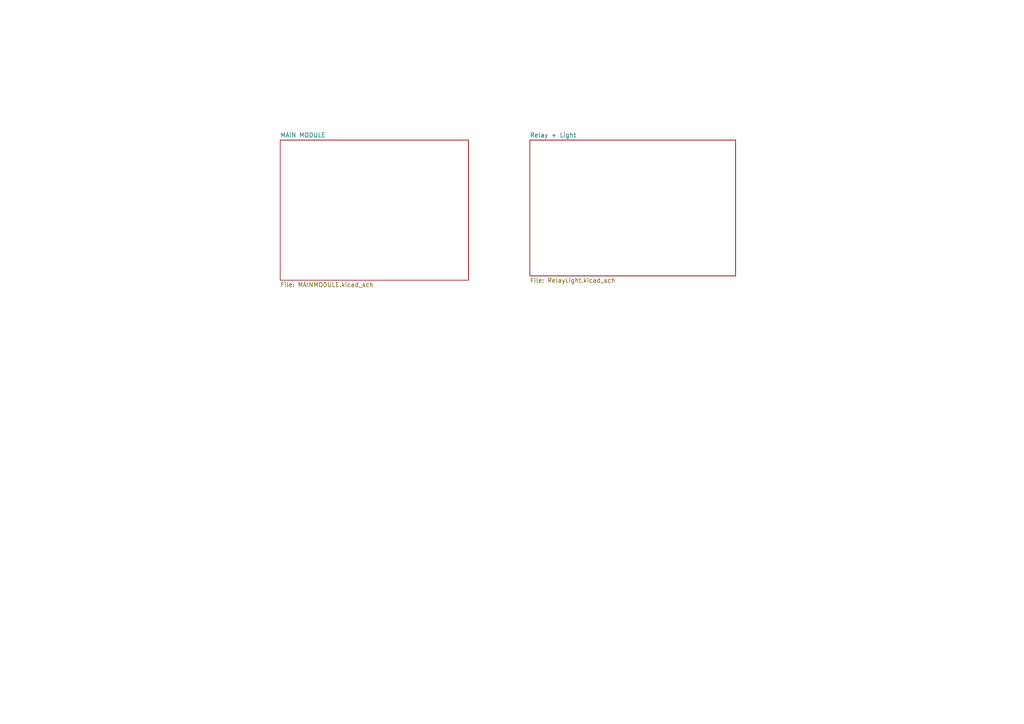
<source format=kicad_sch>
(kicad_sch
	(version 20231120)
	(generator "eeschema")
	(generator_version "8.0")
	(uuid "1e656fe5-5182-4509-ba46-efb070351c14")
	(paper "A4")
	(lib_symbols)
	(sheet
		(at 81.28 40.64)
		(size 54.61 40.64)
		(fields_autoplaced yes)
		(stroke
			(width 0.1524)
			(type solid)
		)
		(fill
			(color 0 0 0 0.0000)
		)
		(uuid "67d469d1-94d8-494b-9e8b-7ccd8f07ed63")
		(property "Sheetname" "MAIN MODULE"
			(at 81.28 39.9284 0)
			(effects
				(font
					(size 1.27 1.27)
				)
				(justify left bottom)
			)
		)
		(property "Sheetfile" "MAINMODULE.kicad_sch"
			(at 81.28 81.8646 0)
			(effects
				(font
					(size 1.27 1.27)
				)
				(justify left top)
			)
		)
		(instances
			(project "ES32_SmartBox"
				(path "/1e656fe5-5182-4509-ba46-efb070351c14"
					(page "2")
				)
			)
		)
	)
	(sheet
		(at 153.67 40.64)
		(size 59.69 39.37)
		(fields_autoplaced yes)
		(stroke
			(width 0.1524)
			(type solid)
		)
		(fill
			(color 0 0 0 0.0000)
		)
		(uuid "a75fb7b8-103b-4e71-af99-31b9dbbce28a")
		(property "Sheetname" "Relay + Light"
			(at 153.67 39.9284 0)
			(effects
				(font
					(size 1.27 1.27)
				)
				(justify left bottom)
			)
		)
		(property "Sheetfile" "RelayLight.kicad_sch"
			(at 153.67 80.5946 0)
			(effects
				(font
					(size 1.27 1.27)
				)
				(justify left top)
			)
		)
		(instances
			(project "ES32_SmartBox"
				(path "/1e656fe5-5182-4509-ba46-efb070351c14"
					(page "3")
				)
			)
		)
	)
	(sheet_instances
		(path "/"
			(page "1")
		)
	)
)

</source>
